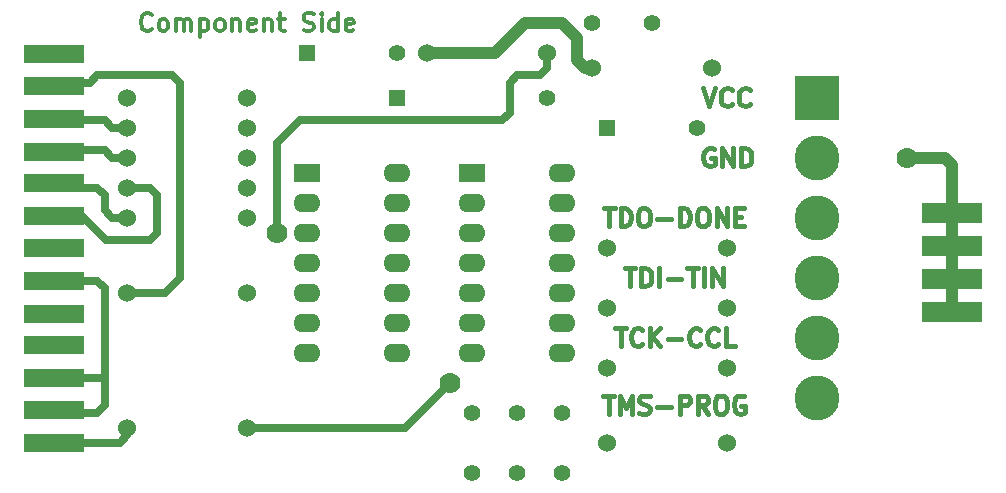
<source format=gbr>
G04 #@! TF.FileFunction,Copper,L1,Top,Signal*
%FSLAX46Y46*%
G04 Gerber Fmt 4.6, Leading zero omitted, Abs format (unit mm)*
G04 Created by KiCad (PCBNEW 4.0.7) date 09/01/23 19:02:20*
%MOMM*%
%LPD*%
G01*
G04 APERTURE LIST*
%ADD10C,0.150000*%
%ADD11C,0.381000*%
%ADD12C,0.304800*%
%ADD13R,5.080000X1.524000*%
%ADD14C,3.810000*%
%ADD15R,3.810000X3.810000*%
%ADD16C,1.524000*%
%ADD17R,1.397000X1.397000*%
%ADD18C,1.397000*%
%ADD19R,2.286000X1.574800*%
%ADD20O,2.286000X1.574800*%
%ADD21R,5.080000X1.778000*%
%ADD22C,1.778000*%
%ADD23C,0.635000*%
%ADD24C,1.016000*%
G04 APERTURE END LIST*
D10*
D11*
X152055286Y-101400429D02*
X152926143Y-101400429D01*
X152490714Y-102924429D02*
X152490714Y-101400429D01*
X153434143Y-102924429D02*
X153434143Y-101400429D01*
X153942143Y-102489000D01*
X154450143Y-101400429D01*
X154450143Y-102924429D01*
X155103286Y-102851857D02*
X155321000Y-102924429D01*
X155683857Y-102924429D01*
X155829000Y-102851857D01*
X155901571Y-102779286D01*
X155974143Y-102634143D01*
X155974143Y-102489000D01*
X155901571Y-102343857D01*
X155829000Y-102271286D01*
X155683857Y-102198714D01*
X155393571Y-102126143D01*
X155248429Y-102053571D01*
X155175857Y-101981000D01*
X155103286Y-101835857D01*
X155103286Y-101690714D01*
X155175857Y-101545571D01*
X155248429Y-101473000D01*
X155393571Y-101400429D01*
X155756429Y-101400429D01*
X155974143Y-101473000D01*
X156627286Y-102343857D02*
X157788429Y-102343857D01*
X158514143Y-102924429D02*
X158514143Y-101400429D01*
X159094715Y-101400429D01*
X159239857Y-101473000D01*
X159312429Y-101545571D01*
X159385000Y-101690714D01*
X159385000Y-101908429D01*
X159312429Y-102053571D01*
X159239857Y-102126143D01*
X159094715Y-102198714D01*
X158514143Y-102198714D01*
X160909000Y-102924429D02*
X160401000Y-102198714D01*
X160038143Y-102924429D02*
X160038143Y-101400429D01*
X160618715Y-101400429D01*
X160763857Y-101473000D01*
X160836429Y-101545571D01*
X160909000Y-101690714D01*
X160909000Y-101908429D01*
X160836429Y-102053571D01*
X160763857Y-102126143D01*
X160618715Y-102198714D01*
X160038143Y-102198714D01*
X161852429Y-101400429D02*
X162142715Y-101400429D01*
X162287857Y-101473000D01*
X162433000Y-101618143D01*
X162505572Y-101908429D01*
X162505572Y-102416429D01*
X162433000Y-102706714D01*
X162287857Y-102851857D01*
X162142715Y-102924429D01*
X161852429Y-102924429D01*
X161707286Y-102851857D01*
X161562143Y-102706714D01*
X161489572Y-102416429D01*
X161489572Y-101908429D01*
X161562143Y-101618143D01*
X161707286Y-101473000D01*
X161852429Y-101400429D01*
X163957000Y-101473000D02*
X163811857Y-101400429D01*
X163594143Y-101400429D01*
X163376428Y-101473000D01*
X163231286Y-101618143D01*
X163158714Y-101763286D01*
X163086143Y-102053571D01*
X163086143Y-102271286D01*
X163158714Y-102561571D01*
X163231286Y-102706714D01*
X163376428Y-102851857D01*
X163594143Y-102924429D01*
X163739286Y-102924429D01*
X163957000Y-102851857D01*
X164029571Y-102779286D01*
X164029571Y-102271286D01*
X163739286Y-102271286D01*
X153071286Y-95685429D02*
X153942143Y-95685429D01*
X153506714Y-97209429D02*
X153506714Y-95685429D01*
X155321000Y-97064286D02*
X155248429Y-97136857D01*
X155030715Y-97209429D01*
X154885572Y-97209429D01*
X154667857Y-97136857D01*
X154522715Y-96991714D01*
X154450143Y-96846571D01*
X154377572Y-96556286D01*
X154377572Y-96338571D01*
X154450143Y-96048286D01*
X154522715Y-95903143D01*
X154667857Y-95758000D01*
X154885572Y-95685429D01*
X155030715Y-95685429D01*
X155248429Y-95758000D01*
X155321000Y-95830571D01*
X155974143Y-97209429D02*
X155974143Y-95685429D01*
X156845000Y-97209429D02*
X156191857Y-96338571D01*
X156845000Y-95685429D02*
X155974143Y-96556286D01*
X157498143Y-96628857D02*
X158659286Y-96628857D01*
X160255857Y-97064286D02*
X160183286Y-97136857D01*
X159965572Y-97209429D01*
X159820429Y-97209429D01*
X159602714Y-97136857D01*
X159457572Y-96991714D01*
X159385000Y-96846571D01*
X159312429Y-96556286D01*
X159312429Y-96338571D01*
X159385000Y-96048286D01*
X159457572Y-95903143D01*
X159602714Y-95758000D01*
X159820429Y-95685429D01*
X159965572Y-95685429D01*
X160183286Y-95758000D01*
X160255857Y-95830571D01*
X161779857Y-97064286D02*
X161707286Y-97136857D01*
X161489572Y-97209429D01*
X161344429Y-97209429D01*
X161126714Y-97136857D01*
X160981572Y-96991714D01*
X160909000Y-96846571D01*
X160836429Y-96556286D01*
X160836429Y-96338571D01*
X160909000Y-96048286D01*
X160981572Y-95903143D01*
X161126714Y-95758000D01*
X161344429Y-95685429D01*
X161489572Y-95685429D01*
X161707286Y-95758000D01*
X161779857Y-95830571D01*
X163158714Y-97209429D02*
X162433000Y-97209429D01*
X162433000Y-95685429D01*
X153869572Y-90605429D02*
X154740429Y-90605429D01*
X154305000Y-92129429D02*
X154305000Y-90605429D01*
X155248429Y-92129429D02*
X155248429Y-90605429D01*
X155611286Y-90605429D01*
X155829001Y-90678000D01*
X155974143Y-90823143D01*
X156046715Y-90968286D01*
X156119286Y-91258571D01*
X156119286Y-91476286D01*
X156046715Y-91766571D01*
X155974143Y-91911714D01*
X155829001Y-92056857D01*
X155611286Y-92129429D01*
X155248429Y-92129429D01*
X156772429Y-92129429D02*
X156772429Y-90605429D01*
X157498143Y-91548857D02*
X158659286Y-91548857D01*
X159167286Y-90605429D02*
X160038143Y-90605429D01*
X159602714Y-92129429D02*
X159602714Y-90605429D01*
X160546143Y-92129429D02*
X160546143Y-90605429D01*
X161271857Y-92129429D02*
X161271857Y-90605429D01*
X162142714Y-92129429D01*
X162142714Y-90605429D01*
X152127858Y-85525429D02*
X152998715Y-85525429D01*
X152563286Y-87049429D02*
X152563286Y-85525429D01*
X153506715Y-87049429D02*
X153506715Y-85525429D01*
X153869572Y-85525429D01*
X154087287Y-85598000D01*
X154232429Y-85743143D01*
X154305001Y-85888286D01*
X154377572Y-86178571D01*
X154377572Y-86396286D01*
X154305001Y-86686571D01*
X154232429Y-86831714D01*
X154087287Y-86976857D01*
X153869572Y-87049429D01*
X153506715Y-87049429D01*
X155321001Y-85525429D02*
X155611287Y-85525429D01*
X155756429Y-85598000D01*
X155901572Y-85743143D01*
X155974144Y-86033429D01*
X155974144Y-86541429D01*
X155901572Y-86831714D01*
X155756429Y-86976857D01*
X155611287Y-87049429D01*
X155321001Y-87049429D01*
X155175858Y-86976857D01*
X155030715Y-86831714D01*
X154958144Y-86541429D01*
X154958144Y-86033429D01*
X155030715Y-85743143D01*
X155175858Y-85598000D01*
X155321001Y-85525429D01*
X156627286Y-86468857D02*
X157788429Y-86468857D01*
X158514143Y-87049429D02*
X158514143Y-85525429D01*
X158877000Y-85525429D01*
X159094715Y-85598000D01*
X159239857Y-85743143D01*
X159312429Y-85888286D01*
X159385000Y-86178571D01*
X159385000Y-86396286D01*
X159312429Y-86686571D01*
X159239857Y-86831714D01*
X159094715Y-86976857D01*
X158877000Y-87049429D01*
X158514143Y-87049429D01*
X160328429Y-85525429D02*
X160618715Y-85525429D01*
X160763857Y-85598000D01*
X160909000Y-85743143D01*
X160981572Y-86033429D01*
X160981572Y-86541429D01*
X160909000Y-86831714D01*
X160763857Y-86976857D01*
X160618715Y-87049429D01*
X160328429Y-87049429D01*
X160183286Y-86976857D01*
X160038143Y-86831714D01*
X159965572Y-86541429D01*
X159965572Y-86033429D01*
X160038143Y-85743143D01*
X160183286Y-85598000D01*
X160328429Y-85525429D01*
X161634714Y-87049429D02*
X161634714Y-85525429D01*
X162505571Y-87049429D01*
X162505571Y-85525429D01*
X163231285Y-86251143D02*
X163739285Y-86251143D01*
X163956999Y-87049429D02*
X163231285Y-87049429D01*
X163231285Y-85525429D01*
X163956999Y-85525429D01*
X160528000Y-75365429D02*
X161036000Y-76889429D01*
X161544000Y-75365429D01*
X162922857Y-76744286D02*
X162850286Y-76816857D01*
X162632572Y-76889429D01*
X162487429Y-76889429D01*
X162269714Y-76816857D01*
X162124572Y-76671714D01*
X162052000Y-76526571D01*
X161979429Y-76236286D01*
X161979429Y-76018571D01*
X162052000Y-75728286D01*
X162124572Y-75583143D01*
X162269714Y-75438000D01*
X162487429Y-75365429D01*
X162632572Y-75365429D01*
X162850286Y-75438000D01*
X162922857Y-75510571D01*
X164446857Y-76744286D02*
X164374286Y-76816857D01*
X164156572Y-76889429D01*
X164011429Y-76889429D01*
X163793714Y-76816857D01*
X163648572Y-76671714D01*
X163576000Y-76526571D01*
X163503429Y-76236286D01*
X163503429Y-76018571D01*
X163576000Y-75728286D01*
X163648572Y-75583143D01*
X163793714Y-75438000D01*
X164011429Y-75365429D01*
X164156572Y-75365429D01*
X164374286Y-75438000D01*
X164446857Y-75510571D01*
X161398858Y-80518000D02*
X161253715Y-80445429D01*
X161036001Y-80445429D01*
X160818286Y-80518000D01*
X160673144Y-80663143D01*
X160600572Y-80808286D01*
X160528001Y-81098571D01*
X160528001Y-81316286D01*
X160600572Y-81606571D01*
X160673144Y-81751714D01*
X160818286Y-81896857D01*
X161036001Y-81969429D01*
X161181144Y-81969429D01*
X161398858Y-81896857D01*
X161471429Y-81824286D01*
X161471429Y-81316286D01*
X161181144Y-81316286D01*
X162124572Y-81969429D02*
X162124572Y-80445429D01*
X162995429Y-81969429D01*
X162995429Y-80445429D01*
X163721143Y-81969429D02*
X163721143Y-80445429D01*
X164084000Y-80445429D01*
X164301715Y-80518000D01*
X164446857Y-80663143D01*
X164519429Y-80808286D01*
X164592000Y-81098571D01*
X164592000Y-81316286D01*
X164519429Y-81606571D01*
X164446857Y-81751714D01*
X164301715Y-81896857D01*
X164084000Y-81969429D01*
X163721143Y-81969429D01*
D12*
X113828286Y-70394286D02*
X113755715Y-70466857D01*
X113538001Y-70539429D01*
X113392858Y-70539429D01*
X113175143Y-70466857D01*
X113030001Y-70321714D01*
X112957429Y-70176571D01*
X112884858Y-69886286D01*
X112884858Y-69668571D01*
X112957429Y-69378286D01*
X113030001Y-69233143D01*
X113175143Y-69088000D01*
X113392858Y-69015429D01*
X113538001Y-69015429D01*
X113755715Y-69088000D01*
X113828286Y-69160571D01*
X114699143Y-70539429D02*
X114554001Y-70466857D01*
X114481429Y-70394286D01*
X114408858Y-70249143D01*
X114408858Y-69813714D01*
X114481429Y-69668571D01*
X114554001Y-69596000D01*
X114699143Y-69523429D01*
X114916858Y-69523429D01*
X115062001Y-69596000D01*
X115134572Y-69668571D01*
X115207143Y-69813714D01*
X115207143Y-70249143D01*
X115134572Y-70394286D01*
X115062001Y-70466857D01*
X114916858Y-70539429D01*
X114699143Y-70539429D01*
X115860286Y-70539429D02*
X115860286Y-69523429D01*
X115860286Y-69668571D02*
X115932858Y-69596000D01*
X116078000Y-69523429D01*
X116295715Y-69523429D01*
X116440858Y-69596000D01*
X116513429Y-69741143D01*
X116513429Y-70539429D01*
X116513429Y-69741143D02*
X116586000Y-69596000D01*
X116731143Y-69523429D01*
X116948858Y-69523429D01*
X117094000Y-69596000D01*
X117166572Y-69741143D01*
X117166572Y-70539429D01*
X117892286Y-69523429D02*
X117892286Y-71047429D01*
X117892286Y-69596000D02*
X118037429Y-69523429D01*
X118327715Y-69523429D01*
X118472858Y-69596000D01*
X118545429Y-69668571D01*
X118618000Y-69813714D01*
X118618000Y-70249143D01*
X118545429Y-70394286D01*
X118472858Y-70466857D01*
X118327715Y-70539429D01*
X118037429Y-70539429D01*
X117892286Y-70466857D01*
X119488857Y-70539429D02*
X119343715Y-70466857D01*
X119271143Y-70394286D01*
X119198572Y-70249143D01*
X119198572Y-69813714D01*
X119271143Y-69668571D01*
X119343715Y-69596000D01*
X119488857Y-69523429D01*
X119706572Y-69523429D01*
X119851715Y-69596000D01*
X119924286Y-69668571D01*
X119996857Y-69813714D01*
X119996857Y-70249143D01*
X119924286Y-70394286D01*
X119851715Y-70466857D01*
X119706572Y-70539429D01*
X119488857Y-70539429D01*
X120650000Y-69523429D02*
X120650000Y-70539429D01*
X120650000Y-69668571D02*
X120722572Y-69596000D01*
X120867714Y-69523429D01*
X121085429Y-69523429D01*
X121230572Y-69596000D01*
X121303143Y-69741143D01*
X121303143Y-70539429D01*
X122609429Y-70466857D02*
X122464286Y-70539429D01*
X122174000Y-70539429D01*
X122028857Y-70466857D01*
X121956286Y-70321714D01*
X121956286Y-69741143D01*
X122028857Y-69596000D01*
X122174000Y-69523429D01*
X122464286Y-69523429D01*
X122609429Y-69596000D01*
X122682000Y-69741143D01*
X122682000Y-69886286D01*
X121956286Y-70031429D01*
X123335143Y-69523429D02*
X123335143Y-70539429D01*
X123335143Y-69668571D02*
X123407715Y-69596000D01*
X123552857Y-69523429D01*
X123770572Y-69523429D01*
X123915715Y-69596000D01*
X123988286Y-69741143D01*
X123988286Y-70539429D01*
X124496286Y-69523429D02*
X125076857Y-69523429D01*
X124714000Y-69015429D02*
X124714000Y-70321714D01*
X124786572Y-70466857D01*
X124931714Y-70539429D01*
X125076857Y-70539429D01*
X126673429Y-70466857D02*
X126891143Y-70539429D01*
X127254000Y-70539429D01*
X127399143Y-70466857D01*
X127471714Y-70394286D01*
X127544286Y-70249143D01*
X127544286Y-70104000D01*
X127471714Y-69958857D01*
X127399143Y-69886286D01*
X127254000Y-69813714D01*
X126963714Y-69741143D01*
X126818572Y-69668571D01*
X126746000Y-69596000D01*
X126673429Y-69450857D01*
X126673429Y-69305714D01*
X126746000Y-69160571D01*
X126818572Y-69088000D01*
X126963714Y-69015429D01*
X127326572Y-69015429D01*
X127544286Y-69088000D01*
X128197429Y-70539429D02*
X128197429Y-69523429D01*
X128197429Y-69015429D02*
X128124858Y-69088000D01*
X128197429Y-69160571D01*
X128270001Y-69088000D01*
X128197429Y-69015429D01*
X128197429Y-69160571D01*
X129576286Y-70539429D02*
X129576286Y-69015429D01*
X129576286Y-70466857D02*
X129431143Y-70539429D01*
X129140857Y-70539429D01*
X128995715Y-70466857D01*
X128923143Y-70394286D01*
X128850572Y-70249143D01*
X128850572Y-69813714D01*
X128923143Y-69668571D01*
X128995715Y-69596000D01*
X129140857Y-69523429D01*
X129431143Y-69523429D01*
X129576286Y-69596000D01*
X130882572Y-70466857D02*
X130737429Y-70539429D01*
X130447143Y-70539429D01*
X130302000Y-70466857D01*
X130229429Y-70321714D01*
X130229429Y-69741143D01*
X130302000Y-69596000D01*
X130447143Y-69523429D01*
X130737429Y-69523429D01*
X130882572Y-69596000D01*
X130955143Y-69741143D01*
X130955143Y-69886286D01*
X130229429Y-70031429D01*
D13*
X105537000Y-105410000D03*
X105537000Y-102616000D03*
X105537000Y-99949000D03*
X105537000Y-97155000D03*
X105537000Y-94488000D03*
X105537000Y-91694000D03*
X105537000Y-88900000D03*
X105537000Y-86233000D03*
X105537000Y-83439000D03*
X105537000Y-80772000D03*
X105537000Y-77978000D03*
X105537000Y-75184000D03*
X105537000Y-72517000D03*
D14*
X170180000Y-81280000D03*
X170180000Y-86360000D03*
D15*
X170180000Y-76200000D03*
D14*
X170180000Y-91440000D03*
X170180000Y-96520000D03*
X170180000Y-101600000D03*
D16*
X137160000Y-72390000D03*
X147320000Y-72390000D03*
X121920000Y-76200000D03*
X111760000Y-76200000D03*
X162560000Y-88900000D03*
X152400000Y-88900000D03*
X151130000Y-73660000D03*
X161290000Y-73660000D03*
X121920000Y-83820000D03*
X111760000Y-83820000D03*
X121920000Y-92710000D03*
X111760000Y-92710000D03*
X121920000Y-86360000D03*
X111760000Y-86360000D03*
X121920000Y-81280000D03*
X111760000Y-81280000D03*
X121920000Y-78740000D03*
X111760000Y-78740000D03*
X162560000Y-93980000D03*
X152400000Y-93980000D03*
X162560000Y-99060000D03*
X152400000Y-99060000D03*
X162560000Y-105410000D03*
X152400000Y-105410000D03*
X121920000Y-104140000D03*
X111760000Y-104140000D03*
D17*
X134620000Y-76200000D03*
D18*
X147320000Y-76200000D03*
D17*
X152400000Y-78740000D03*
D18*
X160020000Y-78740000D03*
D17*
X127000000Y-72390000D03*
D18*
X134620000Y-72390000D03*
D19*
X140970000Y-82550000D03*
D20*
X140970000Y-85090000D03*
X140970000Y-87630000D03*
X140970000Y-90170000D03*
X140970000Y-92710000D03*
X140970000Y-95250000D03*
X140970000Y-97790000D03*
X148590000Y-97790000D03*
X148590000Y-95250000D03*
X148590000Y-92710000D03*
X148590000Y-90170000D03*
X148590000Y-87630000D03*
X148590000Y-85090000D03*
X148590000Y-82550000D03*
D19*
X127000000Y-82550000D03*
D20*
X127000000Y-85090000D03*
X127000000Y-87630000D03*
X127000000Y-90170000D03*
X127000000Y-92710000D03*
X127000000Y-95250000D03*
X127000000Y-97790000D03*
X134620000Y-97790000D03*
X134620000Y-95250000D03*
X134620000Y-92710000D03*
X134620000Y-90170000D03*
X134620000Y-87630000D03*
X134620000Y-85090000D03*
X134620000Y-82550000D03*
D18*
X140970000Y-102870000D03*
X140970000Y-107950000D03*
X151130000Y-69850000D03*
X156210000Y-69850000D03*
X144780000Y-102870000D03*
X144780000Y-107950000D03*
X148590000Y-102870000D03*
X148590000Y-107950000D03*
D21*
X181610000Y-85979000D03*
X181610000Y-88773000D03*
X181610000Y-91567000D03*
X181610000Y-94361000D03*
D22*
X177800000Y-81280000D03*
X139065000Y-100330000D03*
X124460000Y-87630000D03*
D23*
X110490000Y-78740000D02*
X109855000Y-78105000D01*
X109855000Y-78105000D02*
X106045000Y-78105000D01*
X111760000Y-78740000D02*
X110490000Y-78740000D01*
X106045000Y-78105000D02*
X105537000Y-77978000D01*
X109220000Y-83820000D02*
X105410000Y-83820000D01*
X109855000Y-85725000D02*
X109855000Y-84455000D01*
X110490000Y-86360000D02*
X109855000Y-85725000D01*
X105410000Y-83820000D02*
X105537000Y-83439000D01*
X111760000Y-86360000D02*
X110490000Y-86360000D01*
X109855000Y-84455000D02*
X109220000Y-83820000D01*
X111125000Y-105410000D02*
X105537000Y-105410000D01*
X111760000Y-104775000D02*
X111125000Y-105410000D01*
X111760000Y-104140000D02*
X111760000Y-104775000D01*
X107950000Y-86233000D02*
X109982000Y-88265000D01*
X109982000Y-88265000D02*
X113665000Y-88265000D01*
X113665000Y-88265000D02*
X114300000Y-87630000D01*
X114300000Y-87630000D02*
X114300000Y-84455000D01*
X105537000Y-86233000D02*
X107950000Y-86233000D01*
X113665000Y-83820000D02*
X111760000Y-83820000D01*
X114300000Y-84455000D02*
X113665000Y-83820000D01*
X114935000Y-92710000D02*
X116205000Y-91440000D01*
X106045000Y-75565000D02*
X105537000Y-75184000D01*
X111760000Y-92710000D02*
X114935000Y-92710000D01*
X116205000Y-74930000D02*
X115570000Y-74295000D01*
X106045000Y-74930000D02*
X106045000Y-75565000D01*
X115570000Y-74295000D02*
X109220000Y-74295000D01*
X108585000Y-74930000D02*
X106045000Y-74930000D01*
X109220000Y-74295000D02*
X108585000Y-74930000D01*
X116205000Y-91440000D02*
X116205000Y-74930000D01*
X109855000Y-80645000D02*
X106045000Y-80645000D01*
X111760000Y-81280000D02*
X110490000Y-81280000D01*
X106045000Y-80645000D02*
X105537000Y-80772000D01*
X110490000Y-81280000D02*
X109855000Y-80645000D01*
D24*
X177800000Y-81280000D02*
X180975000Y-81280000D01*
X180975000Y-81280000D02*
X181610000Y-81915000D01*
X181610000Y-85979000D02*
X181610000Y-81915000D01*
X181610000Y-88773000D02*
X181610000Y-85979000D01*
X181610000Y-91567000D02*
X181610000Y-88773000D01*
X181610000Y-94361000D02*
X181610000Y-91567000D01*
D23*
X105410000Y-102870000D02*
X105537000Y-102616000D01*
X109220000Y-102870000D02*
X105410000Y-102870000D01*
X105537000Y-99949000D02*
X109855000Y-99949000D01*
X109855000Y-99949000D02*
X109855000Y-100330000D01*
X109855000Y-100330000D02*
X109855000Y-102235000D01*
X109855000Y-102235000D02*
X109220000Y-102870000D01*
X109855000Y-92329000D02*
X109855000Y-100330000D01*
X105537000Y-91694000D02*
X109220000Y-91694000D01*
X109220000Y-91694000D02*
X109855000Y-92329000D01*
X135255000Y-104140000D02*
X121920000Y-104140000D01*
X139065000Y-100330000D02*
X135255000Y-104140000D01*
X144145000Y-77470000D02*
X144145000Y-74930000D01*
X143510000Y-78105000D02*
X144145000Y-77470000D01*
X144145000Y-74930000D02*
X144780000Y-74295000D01*
X146685000Y-74295000D02*
X147320000Y-73660000D01*
X124460000Y-87630000D02*
X124460000Y-80010000D01*
X147320000Y-73660000D02*
X147320000Y-72390000D01*
X144780000Y-74295000D02*
X146685000Y-74295000D01*
X126365000Y-78105000D02*
X143510000Y-78105000D01*
X124460000Y-80010000D02*
X126365000Y-78105000D01*
D24*
X137160000Y-72390000D02*
X142875000Y-72390000D01*
X142875000Y-72390000D02*
X145415000Y-69850000D01*
X149860000Y-73025000D02*
X150495000Y-73660000D01*
X148590000Y-69850000D02*
X149860000Y-71120000D01*
X145415000Y-69850000D02*
X148590000Y-69850000D01*
X150495000Y-73660000D02*
X151130000Y-73660000D01*
X149860000Y-71120000D02*
X149860000Y-73025000D01*
M02*

</source>
